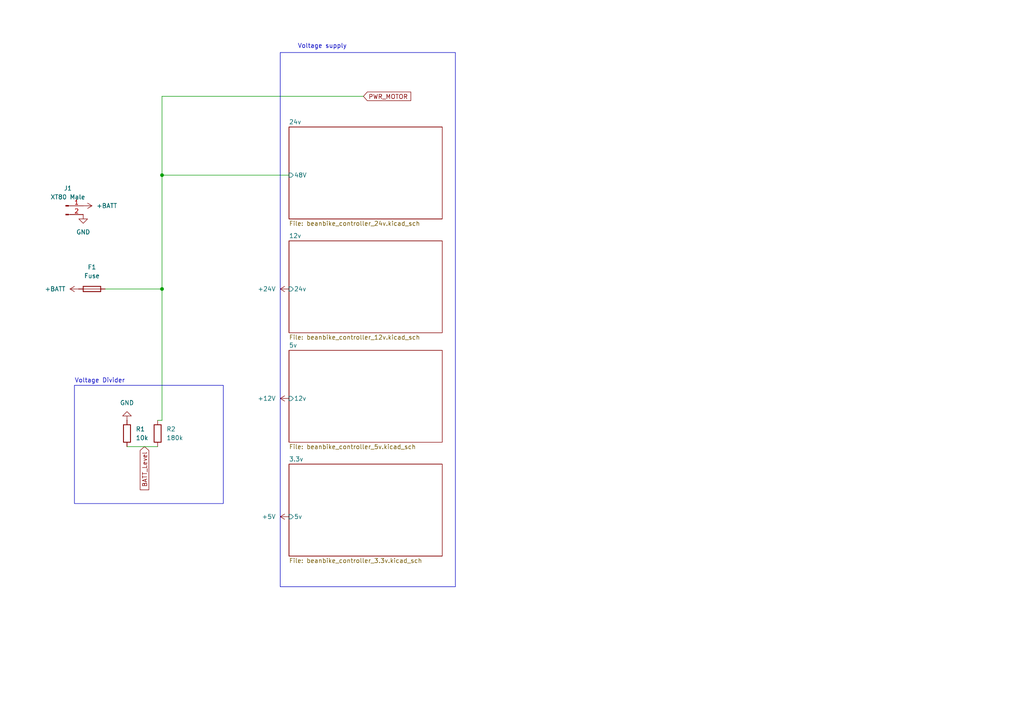
<source format=kicad_sch>
(kicad_sch (version 20250114) (generator "eeschema") (generator_version "9.0")
  (paper "A4")
  (title_block (title "BeanBike Controller Power") (rev "1") (company "Ginobeano"))
  (lib_symbols
    (symbol "Connector:Conn_01x02_Pin" (pin_names (offset 1.016) (hide yes))
      (property "Reference" "J" (at 0 2.54 0))
      (property "Value" "Conn_01x02_Pin" (at 0 -5.08 0))
      (symbol "Conn_01x02_Pin_1_1"
        (rectangle (start 0.8636 0.127) (end 0 -0.127) (stroke (width 0.1524)) (fill (type outline)))
        (rectangle (start 0.8636 -2.413) (end 0 -2.667) (stroke (width 0.1524)) (fill (type outline)))
        (polyline (pts (xy 1.27 0) (xy 0.8636 0)) (stroke (width 0.1524)))
        (polyline (pts (xy 1.27 -2.54) (xy 0.8636 -2.54)) (stroke (width 0.1524)))
        (pin passive line (at 5.08 0 180) (length 3.81) (name "Pin_1") (number "1"))
        (pin passive line (at 5.08 -2.54 180) (length 3.81) (name "Pin_2") (number "2"))
      )
    )
    (symbol "Device:Fuse" (pin_numbers (hide yes)) (pin_names (offset 0))
      (property "Reference" "F" (at 2.032 0 90))
      (property "Value" "Fuse" (at -1.905 0 90))
      (symbol "Fuse_0_1"
        (rectangle (start -0.762 -2.54) (end 0.762 2.54) (stroke (width 0.254)))
        (polyline (pts (xy 0 2.54) (xy 0 -2.54)))
      )
      (symbol "Fuse_1_1"
        (pin passive line (at 0 3.81 270) (length 1.27) (name "~") (number "1"))
        (pin passive line (at 0 -3.81 90) (length 1.27) (name "~") (number "2"))
      )
    )
    (symbol "Device:R" (pin_numbers (hide yes)) (pin_names (offset 0))
      (property "Reference" "R" (at 2.032 0 90))
      (property "Value" "R" (at 0 0 90))
      (symbol "R_0_1"
        (rectangle (start -1.016 -2.54) (end 1.016 2.54) (stroke (width 0.254)))
      )
      (symbol "R_1_1"
        (pin passive line (at 0 3.81 270) (length 1.27) (name "~") (number "1"))
        (pin passive line (at 0 -3.81 90) (length 1.27) (name "~") (number "2"))
      )
    )
    (symbol "power:+12V" (power) (pin_numbers (hide yes)) (pin_names (offset 0) (hide yes))
      (property "Value" "+12V" (at 0 3.556 0))
      (symbol "+12V_0_1"
        (polyline (pts (xy -0.762 1.27) (xy 0 2.54)))
        (polyline (pts (xy 0 2.54) (xy 0.762 1.27)))
        (polyline (pts (xy 0 0) (xy 0 2.54)))
      )
      (symbol "+12V_1_1"
        (pin power_in line (at 0 0 90) (length 0) (name "~") (number "1"))
      )
    )
    (symbol "power:+24V" (power) (pin_numbers (hide yes)) (pin_names (offset 0) (hide yes))
      (property "Value" "+24V" (at 0 3.556 0))
      (symbol "+24V_0_1"
        (polyline (pts (xy -0.762 1.27) (xy 0 2.54)))
        (polyline (pts (xy 0 2.54) (xy 0.762 1.27)))
        (polyline (pts (xy 0 0) (xy 0 2.54)))
      )
      (symbol "+24V_1_1"
        (pin power_in line (at 0 0 90) (length 0) (name "~") (number "1"))
      )
    )
    (symbol "power:+5V" (power) (pin_numbers (hide yes)) (pin_names (offset 0) (hide yes))
      (property "Value" "+5V" (at 0 3.556 0))
      (symbol "+5V_0_1"
        (polyline (pts (xy -0.762 1.27) (xy 0 2.54)))
        (polyline (pts (xy 0 2.54) (xy 0.762 1.27)))
        (polyline (pts (xy 0 0) (xy 0 2.54)))
      )
      (symbol "+5V_1_1"
        (pin power_in line (at 0 0 90) (length 0) (name "~") (number "1"))
      )
    )
    (symbol "power:+BATT" (power) (pin_numbers (hide yes)) (pin_names (offset 0) (hide yes))
      (property "Value" "+BATT" (at 0 3.556 0))
      (symbol "+BATT_0_1"
        (polyline (pts (xy -0.762 1.27) (xy 0 2.54)))
        (polyline (pts (xy 0 2.54) (xy 0.762 1.27)))
        (polyline (pts (xy 0 0) (xy 0 2.54)))
      )
      (symbol "+BATT_1_1"
        (pin power_in line (at 0 0 90) (length 0) (name "~") (number "1"))
      )
    )
    (symbol "power:GND" (power) (pin_numbers (hide yes)) (pin_names (offset 0) (hide yes))
      (property "Value" "GND" (at 0 -3.81 0))
      (symbol "GND_0_1"
        (polyline (pts (xy 0 0) (xy 0 -1.27) (xy 1.27 -1.27) (xy 0 -2.54) (xy -1.27 -1.27) (xy 0 -1.27)))
      )
      (symbol "GND_1_1"
        (pin power_in line (at 0 0 270) (length 0) (name "~") (number "1"))
      )
    )
  )
  (rectangle (start 81.28 15.24) (end 132.08 170.18))
  (rectangle (start 21.59 111.76) (end 64.77 146.05))
  (text "Voltage Divider" (at 28.956 110.49 0) (effects (font (size 1.27 1.27))))
  (text "Voltage supply" (at 93.472 13.462 0) (effects (font (size 1.27 1.27))))
  (junction (at 46.99 50.8))
  (junction (at 46.99 83.82))
  (wire (pts (xy 30.48 83.82) (xy 46.99 83.82)))
  (wire (pts (xy 46.99 50.8) (xy 83.82 50.8)))
  (wire (pts (xy 46.99 121.92) (xy 45.72 121.92)))
  (wire (pts (xy 36.83 129.54) (xy 45.72 129.54)))
  (wire (pts (xy 46.99 83.82) (xy 46.99 121.92)))
  (wire (pts (xy 46.99 27.94) (xy 105.41 27.94)))
  (wire (pts (xy 46.99 27.94) (xy 46.99 50.8)))
  (wire (pts (xy 46.99 50.8) (xy 46.99 83.82)))
  (global_label "BATT_Level" (shape input) (at 41.91 129.54 270) (property "Intersheetrefs" "${INTERSHEET_REFS}" (effects (hide yes))))
  (global_label "PWR_MOTOR" (shape input) (at 105.41 27.94 0) (property "Intersheetrefs" "${INTERSHEET_REFS}" (effects (hide yes))))
  (symbol (lib_id "Device:R") (at 36.83 125.73 0) (unit 1)
    (property "Reference" "R1" (at 39.37 124.4599 0) (effects (justify left)))
    (property "Value" "10k" (at 39.37 126.9999 0) (effects (justify left)))
    (property "Footprint" "Resistor_SMD:R_0603_1608Metric" (effects (hide yes)))
    (property "Description" "Resistor" (effects (hide yes)))
  )
  (symbol (lib_id "power:+12V") (at 83.82 115.57 90) (unit 1)
    (property "Reference" "#PWR06" (effects (hide yes)))
    (property "Value" "+12V" (at 80.01 115.5699 90) (effects (justify left)))
    (property "Description" "Power symbol creates a global label with name \"+12V\"" (effects (hide yes)))
  )
  (symbol (lib_id "Connector:Conn_01x02_Pin") (at 19.05 59.69 0) (unit 1)
    (property "Reference" "J1" (at 19.685 54.61 0))
    (property "Value" "XT80 Male" (at 19.685 57.15 0))
    (property "Footprint" "Connector_Wire:SolderWire-2sqmm_1x02_P7.8mm_D2mm_OD3.9mm" (effects (hide yes)))
    (property "Description" "Generic connector, single row, 01x02, script generated" (effects (hide yes)))
  )
  (symbol (lib_id "power:+5V") (at 83.82 149.86 90) (unit 1)
    (property "Reference" "#PWR07" (effects (hide yes)))
    (property "Value" "+5V" (at 80.01 149.8599 90) (effects (justify left)))
    (property "Description" "Power symbol creates a global label with name \"+5V\"" (effects (hide yes)))
  )
  (symbol (lib_id "power:+BATT") (at 22.86 83.82 90) (unit 1)
    (property "Reference" "#PWR01" (effects (hide yes)))
    (property "Value" "+BATT" (at 19.05 83.8199 90) (effects (justify left)))
    (property "Description" "Power symbol creates a global label with name \"+BATT\"" (effects (hide yes)))
  )
  (symbol (lib_id "power:+BATT") (at 24.13 59.69 270) (unit 1)
    (property "Reference" "#PWR02" (effects (hide yes)))
    (property "Value" "+BATT" (at 27.94 59.6899 90) (effects (justify left)))
    (property "Description" "Power symbol creates a global label with name \"+BATT\"" (effects (hide yes)))
  )
  (symbol (lib_id "Device:R") (at 45.72 125.73 0) (unit 1)
    (property "Reference" "R2" (at 48.26 124.4599 0) (effects (justify left)))
    (property "Value" "180k" (at 48.26 126.9999 0) (effects (justify left)))
    (property "Footprint" "Resistor_SMD:R_0603_1608Metric" (effects (hide yes)))
    (property "Description" "Resistor" (effects (hide yes)))
  )
  (symbol (lib_id "Device:Fuse") (at 26.67 83.82 90) (unit 1)
    (property "Reference" "F1" (at 26.67 77.47 90))
    (property "Value" "Fuse" (at 26.67 80.01 90))
    (property "Footprint" "Fuse:Fuse_1206_3216Metric" (effects (hide yes)))
    (property "Description" "Fuse" (effects (hide yes)))
  )
  (symbol (lib_id "power:+24V") (at 83.82 83.82 90) (unit 1)
    (property "Reference" "#PWR05" (effects (hide yes)))
    (property "Value" "+24V" (at 80.01 83.8199 90) (effects (justify left)))
    (property "Description" "Power symbol creates a global label with name \"+24V\"" (effects (hide yes)))
  )
  (symbol (lib_id "power:GND") (at 24.13 62.23 0) (unit 1)
    (property "Reference" "#PWR03" (effects (hide yes)))
    (property "Value" "GND" (at 24.13 67.31 0))
    (property "Description" "Power symbol creates a global label with name \"GND\" , ground" (effects (hide yes)))
  )
  (symbol (lib_id "power:GND") (at 36.83 121.92 180) (unit 1)
    (property "Reference" "#PWR04" (effects (hide yes)))
    (property "Value" "GND" (at 36.83 116.84 0))
    (property "Description" "Power symbol creates a global label with name \"GND\" , ground" (effects (hide yes)))
  )
  (sheet (at 83.82 134.62) (size 44.45 26.67) (stroke (width 0.1524))
    (property "Sheetname" "3.3v" (at 83.82 133.9084 0) (effects (justify left bottom)))
    (property "Sheetfile" "beanbike_controller_3.3v.kicad_sch" (at 83.82 161.8746 0) (effects (justify left top)))
    (pin "5v" input (at 83.82 149.86 180))
  )
  (sheet (at 83.82 69.85) (size 44.45 26.67) (stroke (width 0.1524))
    (property "Sheetname" "12v" (at 83.82 69.1384 0) (effects (justify left bottom)))
    (property "Sheetfile" "beanbike_controller_12v.kicad_sch" (at 83.82 97.1046 0) (effects (justify left top)))
    (pin "24v" input (at 83.82 83.82 180))
  )
  (sheet (at 83.82 36.83) (size 44.45 26.67) (stroke (width 0.1524))
    (property "Sheetname" "24v" (at 83.82 36.1184 0) (effects (justify left bottom)))
    (property "Sheetfile" "beanbike_controller_24v.kicad_sch" (at 83.82 64.0846 0) (effects (justify left top)))
    (pin "48V" input (at 83.82 50.8 180))
  )
  (sheet (at 83.82 101.6) (size 44.45 26.67) (stroke (width 0.1524))
    (property "Sheetname" "5v" (at 83.82 100.8884 0) (effects (justify left bottom)))
    (property "Sheetfile" "beanbike_controller_5v.kicad_sch" (at 83.82 128.8546 0) (effects (justify left top)))
    (pin "12v" input (at 83.82 115.57 180))
  )
)
</source>
